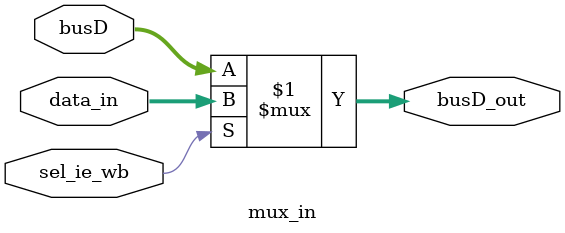
<source format=v>
`timescale 1ns / 1ps


module mux_in(
input [7:0] busD,
input [7:0] data_in,
output [7:0] busD_out,
input sel_ie_wb
    );
    assign busD_out = sel_ie_wb ? data_in : busD;
endmodule

</source>
